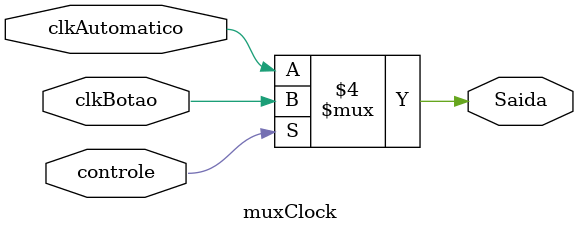
<source format=v>
module muxClock(
controle,
clkAutomatico,
clkBotao,
Saida
);

input controle;
input clkAutomatico;
input clkBotao;

output reg Saida;

always @ (controle or clkAutomatico or clkBotao) begin
	if (controle == 1'b0)
		Saida = clkAutomatico;
	else
		Saida = clkBotao;
end

endmodule

</source>
